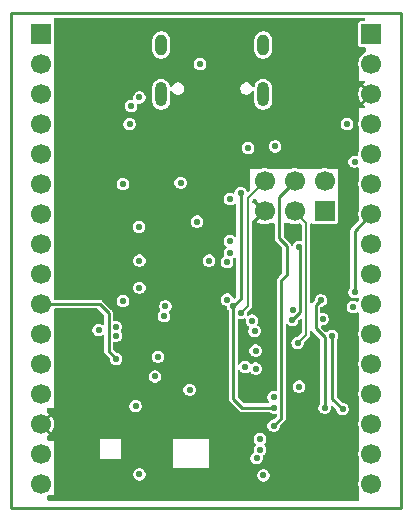
<source format=gbr>
%TF.GenerationSoftware,KiCad,Pcbnew,9.0.4*%
%TF.CreationDate,2025-09-10T14:26:53+01:00*%
%TF.ProjectId,MicroPython,4d696372-6f50-4797-9468-6f6e2e6b6963,rev?*%
%TF.SameCoordinates,Original*%
%TF.FileFunction,Copper,L2,Inr*%
%TF.FilePolarity,Positive*%
%FSLAX46Y46*%
G04 Gerber Fmt 4.6, Leading zero omitted, Abs format (unit mm)*
G04 Created by KiCad (PCBNEW 9.0.4) date 2025-09-10 14:26:53*
%MOMM*%
%LPD*%
G01*
G04 APERTURE LIST*
%TA.AperFunction,ComponentPad*%
%ADD10C,1.700000*%
%TD*%
%TA.AperFunction,ComponentPad*%
%ADD11R,1.700000X1.700000*%
%TD*%
%TA.AperFunction,HeatsinkPad*%
%ADD12O,1.000000X1.800000*%
%TD*%
%TA.AperFunction,HeatsinkPad*%
%ADD13O,1.000000X2.100000*%
%TD*%
%TA.AperFunction,ViaPad*%
%ADD14C,0.550000*%
%TD*%
%TA.AperFunction,Conductor*%
%ADD15C,0.230000*%
%TD*%
%TA.AperFunction,Conductor*%
%ADD16C,0.220000*%
%TD*%
%TA.AperFunction,Conductor*%
%ADD17C,0.210000*%
%TD*%
%TA.AperFunction,Profile*%
%ADD18C,0.230000*%
%TD*%
G04 APERTURE END LIST*
D10*
%TO.N,VIN*%
%TO.C,J9*%
X128270000Y-134112000D03*
%TO.N,+3V3*%
X128270000Y-131572000D03*
%TO.N,GND*%
X128270000Y-129032000D03*
%TO.N,/RST-SW*%
X128270000Y-126492000D03*
%TO.N,/PC5-X12*%
X128270000Y-123952000D03*
%TO.N,/PC4-X11*%
X128270000Y-121412000D03*
%TO.N,/PB7-SDA-X10*%
X128270000Y-118872000D03*
%TO.N,/PB6-SCL-X9*%
X128270000Y-116332000D03*
%TO.N,/PB15-Y8*%
X128270000Y-113792000D03*
%TO.N,/PB14-Y7*%
X128270000Y-111252000D03*
%TO.N,/PB13-Y6*%
X128270000Y-108712000D03*
%TO.N,/PB12-Y5*%
X128270000Y-106172000D03*
%TO.N,/PB9-Y4*%
X128270000Y-103632000D03*
%TO.N,/PB8-Y3*%
X128270000Y-101092000D03*
%TO.N,/PC7-Y2*%
X128270000Y-98552000D03*
D11*
%TO.N,/PC6-Y1*%
X128270000Y-96012000D03*
%TD*%
D10*
%TO.N,/PA0-X1*%
%TO.C,J1*%
X156210000Y-134112000D03*
%TO.N,/PA1-X2*%
X156210000Y-131572000D03*
%TO.N,/PA2-X3*%
X156210000Y-129032000D03*
%TO.N,/PA3-X4*%
X156210000Y-126492000D03*
%TO.N,/PA4-X5*%
X156210000Y-123952000D03*
%TO.N,/PA5-X6*%
X156210000Y-121412000D03*
%TO.N,/PA6-X7*%
X156210000Y-118872000D03*
%TO.N,/PA7-X8*%
X156210000Y-116332000D03*
%TO.N,/PB10-Y9*%
X156210000Y-113792000D03*
%TO.N,/PB11-Y10*%
X156210000Y-111252000D03*
%TO.N,/PB0-Y11*%
X156210000Y-108712000D03*
%TO.N,/PB1-Y12*%
X156210000Y-106172000D03*
%TO.N,/RST-SW*%
X156210000Y-103632000D03*
%TO.N,GND*%
X156210000Y-101092000D03*
%TO.N,+3V3*%
X156210000Y-98552000D03*
D11*
%TO.N,VIN*%
X156210000Y-96012000D03*
%TD*%
D12*
%TO.N,Net-(J10-SHIELD)*%
%TO.C,J10*%
X138428000Y-96931000D03*
D13*
X138428000Y-101111000D03*
D12*
X147068000Y-96931000D03*
D13*
X147068000Y-101111000D03*
%TD*%
D11*
%TO.N,+3V3*%
%TO.C,J8*%
X152258000Y-111018000D03*
D10*
%TO.N,/PA14-JTCK*%
X152258000Y-108478000D03*
%TO.N,/PB4-NJTRST*%
X149718000Y-111018000D03*
%TO.N,/PB6-JTDO*%
X149718000Y-108478000D03*
%TO.N,GND*%
X147178000Y-111018000D03*
%TO.N,/PA15-JTDI*%
X147178000Y-108478000D03*
%TD*%
D14*
%TO.N,GND*%
X129794000Y-117983000D03*
X135255000Y-119634000D03*
X132969000Y-113030000D03*
X144974638Y-108710383D03*
%TO.N,/PB12-Y5*%
X144272000Y-109980000D03*
%TO.N,/PB14-Y7*%
X144272000Y-114552000D03*
%TO.N,/PB1-Y12*%
X145796000Y-105664000D03*
X146125000Y-120267000D03*
%TO.N,/PB9-Y4*%
X135763000Y-103632000D03*
X137909210Y-124990958D03*
%TO.N,/PA0-X1*%
X146509481Y-131902481D03*
%TO.N,/PB13-Y6*%
X144272000Y-113536000D03*
%TO.N,/PB7-SDA-X10*%
X134620000Y-123507000D03*
%TO.N,/PB11-Y10*%
X154813000Y-117856000D03*
X149569961Y-119320493D03*
%TO.N,/PA1-X2*%
X146812000Y-131189000D03*
%TO.N,/PA4-X5*%
X146431000Y-124331000D03*
%TO.N,/PC4-X11*%
X146431000Y-122807000D03*
%TO.N,/PC6-Y1*%
X144018000Y-115314000D03*
%TO.N,/PB15-Y8*%
X144018000Y-118489000D03*
%TO.N,/PA2-X3*%
X146812000Y-130300000D03*
%TO.N,/PB0-Y11*%
X154686000Y-119126000D03*
X146335750Y-121124250D03*
%TO.N,/VDDA*%
X148082000Y-105509000D03*
X147955000Y-126746000D03*
%TO.N,/PB6-SCL-X9*%
X133139431Y-121061573D03*
%TO.N,/PC5-X12*%
X145542000Y-124206000D03*
%TO.N,/RST-SW*%
X154809563Y-106807000D03*
X140081000Y-108585000D03*
X140843000Y-126111000D03*
X135199832Y-108712000D03*
%TO.N,/PB8-Y3*%
X136593022Y-101364106D03*
X138176000Y-123317000D03*
%TO.N,/PC7-Y2*%
X141732000Y-98552000D03*
X142494000Y-115187000D03*
%TO.N,/PB10-Y9*%
X149527885Y-120228716D03*
X150114000Y-114046000D03*
%TO.N,GND*%
X129921000Y-120269000D03*
X141732000Y-96647000D03*
X146558000Y-125424534D03*
X139827000Y-123317000D03*
X129794000Y-112014000D03*
X135509000Y-107569000D03*
X149733000Y-112903000D03*
X137414000Y-131445000D03*
X154813000Y-127762000D03*
X147955000Y-134747000D03*
X140081000Y-103124000D03*
X143891000Y-106172000D03*
X131318000Y-95123000D03*
X129794000Y-104902000D03*
X149225000Y-127000000D03*
X145288000Y-120904000D03*
X151130000Y-127254000D03*
X140081000Y-121158000D03*
X146431000Y-118872000D03*
X154686000Y-97536000D03*
X141097000Y-107823000D03*
X151892000Y-99060000D03*
X153416000Y-112649000D03*
X153162000Y-107061000D03*
X145796000Y-98933000D03*
X143891000Y-111887000D03*
X141478000Y-110871000D03*
X135382000Y-112014000D03*
X131873440Y-124458000D03*
X151511000Y-125730000D03*
X146939000Y-103251000D03*
X132461000Y-97663000D03*
X154559000Y-123571000D03*
X153416000Y-117475000D03*
X143002000Y-125730000D03*
X135890000Y-114427000D03*
X138684000Y-107315000D03*
X139077797Y-130940660D03*
X138557000Y-110998000D03*
X135509000Y-116459000D03*
X151028681Y-122263533D03*
X154559000Y-125222000D03*
X139319000Y-134493000D03*
X131826000Y-128905000D03*
X144510583Y-95235447D03*
X135001000Y-100584000D03*
X130048000Y-124968000D03*
X142748000Y-132461000D03*
X146939000Y-128397000D03*
X150368000Y-97282000D03*
X134747000Y-125222000D03*
X153416000Y-94996000D03*
X129921000Y-102362000D03*
X129921000Y-130810000D03*
X145161000Y-132588000D03*
X142240000Y-129284000D03*
X140081000Y-105410000D03*
X152781000Y-101854000D03*
X130048000Y-134239000D03*
X138557000Y-125730000D03*
X132334000Y-100584000D03*
X130302000Y-114681000D03*
X137287000Y-128522000D03*
X154686000Y-134620000D03*
X141732000Y-120777000D03*
%TO.N,+3V3*%
X136271000Y-127506000D03*
X136548720Y-112312720D03*
X150114000Y-125855000D03*
X135199832Y-118616000D03*
X152096000Y-120142000D03*
X136588500Y-133284500D03*
X154184563Y-103632000D03*
X141478000Y-111885000D03*
X136588500Y-117475000D03*
X147079000Y-133361000D03*
X136588500Y-115187000D03*
%TO.N,/PA14-JTCK*%
X144529617Y-119049000D03*
X138780000Y-119049000D03*
X147955000Y-127635000D03*
X145161000Y-109474000D03*
%TO.N,/PB6-JTDO*%
X147955000Y-129159000D03*
%TO.N,/PB4-NJTRST*%
X152908000Y-121539000D03*
X149987000Y-122174000D03*
X153797000Y-127762000D03*
X134620000Y-121537000D03*
%TO.N,/PA15-JTDI*%
X152273000Y-127635000D03*
X145161000Y-119634000D03*
X151943988Y-118547201D03*
X138684000Y-119888000D03*
%TO.N,/PB3-SW1*%
X134570000Y-120788666D03*
X135890000Y-102108000D03*
%TD*%
D15*
%TO.N,/PA14-JTCK*%
X145161000Y-118417617D02*
X144529617Y-119049000D01*
X145161000Y-109474000D02*
X145161000Y-118417617D01*
D16*
%TO.N,/PB7-SDA-X10*%
X134620000Y-123507000D02*
X133985000Y-122872000D01*
X133985000Y-119634000D02*
X133221000Y-118870000D01*
X133221000Y-118870000D02*
X128270000Y-118870000D01*
X133985000Y-122872000D02*
X133985000Y-119634000D01*
D15*
%TO.N,/PB11-Y10*%
X154813000Y-112647000D02*
X156210000Y-111250000D01*
X154813000Y-117856000D02*
X154813000Y-112647000D01*
D16*
%TO.N,/PB10-Y9*%
X149527885Y-120228716D02*
X150122601Y-119634000D01*
X150122601Y-119634000D02*
X150122601Y-119596583D01*
X150155961Y-119563223D02*
X150155961Y-114087961D01*
X150155961Y-114087961D02*
X150114000Y-114046000D01*
X150122601Y-119596583D02*
X150155961Y-119563223D01*
D15*
%TO.N,/PA14-JTCK*%
X144526000Y-126873000D02*
X145288000Y-127635000D01*
X144526000Y-119684000D02*
X144526000Y-126873000D01*
X145288000Y-127635000D02*
X147955000Y-127635000D01*
X144529617Y-119680383D02*
X144526000Y-119684000D01*
X144529617Y-119049000D02*
X144529617Y-119680383D01*
%TO.N,/PB6-JTDO*%
X148425064Y-113291064D02*
X148425064Y-109770936D01*
X148590000Y-128524000D02*
X148590000Y-116840000D01*
X147955000Y-129159000D02*
X148590000Y-128524000D01*
X148425064Y-109770936D02*
X149718000Y-108478000D01*
X148590000Y-116840000D02*
X149053000Y-116377000D01*
X149053000Y-113919000D02*
X148425064Y-113291064D01*
X149053000Y-116377000D02*
X149053000Y-113919000D01*
%TO.N,/PB4-NJTRST*%
X152908000Y-126873000D02*
X153797000Y-127762000D01*
D17*
X150695000Y-111995000D02*
X149718000Y-111018000D01*
D15*
X152908000Y-121539000D02*
X152908000Y-126873000D01*
D17*
X149987000Y-122174000D02*
X150695000Y-121466000D01*
X150695000Y-121466000D02*
X150695000Y-111995000D01*
D16*
%TO.N,/PA15-JTDI*%
X152273000Y-121666000D02*
X152273000Y-127635000D01*
D17*
X145161000Y-119634000D02*
X145792000Y-119003000D01*
X145792000Y-119003000D02*
X145792000Y-109864000D01*
X145792000Y-109864000D02*
X147178000Y-108478000D01*
D16*
X151943988Y-118547201D02*
X151511000Y-118980189D01*
X151511000Y-120904000D02*
X152273000Y-121666000D01*
X151511000Y-118980189D02*
X151511000Y-120904000D01*
%TD*%
%TA.AperFunction,Conductor*%
%TO.N,GND*%
G36*
X146777901Y-111325007D02*
G01*
X146870993Y-111418099D01*
X146924045Y-111448729D01*
X146492874Y-111879901D01*
X146601474Y-111958802D01*
X146755751Y-112037411D01*
X146920411Y-112090913D01*
X147091428Y-112118000D01*
X147264572Y-112118000D01*
X147435588Y-112090913D01*
X147600251Y-112037410D01*
X147696071Y-111988587D01*
X147762607Y-111978048D01*
X147765066Y-111978466D01*
X147828000Y-111989914D01*
X147828000Y-112014000D01*
X147960398Y-112014000D01*
X147970073Y-112015760D01*
X147991492Y-112027298D01*
X148014633Y-112034817D01*
X148020537Y-112042944D01*
X148029381Y-112047708D01*
X148039928Y-112069633D01*
X148054229Y-112089317D01*
X148056600Y-112104292D01*
X148058584Y-112108415D01*
X148057872Y-112112323D01*
X148059564Y-112123000D01*
X148059564Y-113339182D01*
X148084471Y-113432141D01*
X148132589Y-113515483D01*
X148132591Y-113515486D01*
X148655576Y-114038471D01*
X148686158Y-114098493D01*
X148687500Y-114115544D01*
X148687500Y-116180455D01*
X148666683Y-116244524D01*
X148655575Y-116257530D01*
X148365578Y-116547527D01*
X148365577Y-116547526D01*
X148297526Y-116615578D01*
X148249407Y-116698922D01*
X148224500Y-116791881D01*
X148224500Y-126132123D01*
X148203683Y-126196192D01*
X148149183Y-126235788D01*
X148087289Y-126237409D01*
X148024183Y-126220500D01*
X147885817Y-126220500D01*
X147752164Y-126256311D01*
X147632337Y-126325493D01*
X147534493Y-126423337D01*
X147465311Y-126543164D01*
X147429500Y-126676817D01*
X147429500Y-126815182D01*
X147465311Y-126948835D01*
X147504269Y-127016312D01*
X147534495Y-127068665D01*
X147549257Y-127083427D01*
X147579839Y-127143449D01*
X147569301Y-127209985D01*
X147521666Y-127257620D01*
X147472181Y-127269500D01*
X145484545Y-127269500D01*
X145420476Y-127248683D01*
X145407470Y-127237575D01*
X144923425Y-126753530D01*
X144892842Y-126693506D01*
X144891500Y-126676455D01*
X144891500Y-124537095D01*
X144912317Y-124473026D01*
X144966817Y-124433430D01*
X145034183Y-124433430D01*
X145088683Y-124473026D01*
X145094897Y-124482596D01*
X145121492Y-124528661D01*
X145121493Y-124528662D01*
X145121495Y-124528665D01*
X145219335Y-124626505D01*
X145339164Y-124695688D01*
X145472817Y-124731500D01*
X145611183Y-124731500D01*
X145744836Y-124695688D01*
X145864665Y-124626505D01*
X145864665Y-124626504D01*
X145868498Y-124624292D01*
X145934392Y-124610286D01*
X145995933Y-124637686D01*
X146009471Y-124652330D01*
X146010493Y-124653662D01*
X146010495Y-124653665D01*
X146108335Y-124751505D01*
X146228164Y-124820688D01*
X146361817Y-124856500D01*
X146500183Y-124856500D01*
X146633836Y-124820688D01*
X146753665Y-124751505D01*
X146851505Y-124653665D01*
X146920688Y-124533836D01*
X146956500Y-124400183D01*
X146956500Y-124261817D01*
X146920688Y-124128164D01*
X146851505Y-124008335D01*
X146753665Y-123910495D01*
X146753662Y-123910493D01*
X146633835Y-123841311D01*
X146500183Y-123805500D01*
X146361817Y-123805500D01*
X146228163Y-123841312D01*
X146228161Y-123841312D01*
X146104500Y-123912707D01*
X146038606Y-123926713D01*
X145977065Y-123899312D01*
X145963527Y-123884667D01*
X145962507Y-123883338D01*
X145962506Y-123883337D01*
X145962505Y-123883335D01*
X145864665Y-123785495D01*
X145864591Y-123785452D01*
X145744835Y-123716311D01*
X145611183Y-123680500D01*
X145472817Y-123680500D01*
X145339164Y-123716311D01*
X145219337Y-123785493D01*
X145121493Y-123883337D01*
X145094897Y-123929404D01*
X145044834Y-123974480D01*
X144977838Y-123981522D01*
X144919497Y-123947839D01*
X144892097Y-123886298D01*
X144891500Y-123874904D01*
X144891500Y-122737817D01*
X145905500Y-122737817D01*
X145905500Y-122876182D01*
X145941311Y-123009835D01*
X146010493Y-123129662D01*
X146010495Y-123129665D01*
X146108335Y-123227505D01*
X146228164Y-123296688D01*
X146361817Y-123332500D01*
X146500183Y-123332500D01*
X146633836Y-123296688D01*
X146753665Y-123227505D01*
X146851505Y-123129665D01*
X146920688Y-123009836D01*
X146956500Y-122876183D01*
X146956500Y-122737817D01*
X146920688Y-122604164D01*
X146851505Y-122484335D01*
X146753665Y-122386495D01*
X146753662Y-122386493D01*
X146633835Y-122317311D01*
X146500183Y-122281500D01*
X146361817Y-122281500D01*
X146228164Y-122317311D01*
X146108337Y-122386493D01*
X146010493Y-122484337D01*
X145941311Y-122604164D01*
X145905500Y-122737817D01*
X144891500Y-122737817D01*
X144891500Y-120247876D01*
X144912317Y-120183807D01*
X144966817Y-120144211D01*
X145028708Y-120142590D01*
X145091817Y-120159500D01*
X145091819Y-120159500D01*
X145230183Y-120159500D01*
X145363836Y-120123688D01*
X145438233Y-120080734D01*
X145504126Y-120066728D01*
X145565668Y-120094128D01*
X145599351Y-120152468D01*
X145598364Y-120190461D01*
X145600432Y-120190734D01*
X145599500Y-120197813D01*
X145599500Y-120336182D01*
X145635311Y-120469835D01*
X145702281Y-120585830D01*
X145704495Y-120589665D01*
X145802335Y-120687505D01*
X145825492Y-120700874D01*
X145842018Y-120710416D01*
X145887094Y-120760479D01*
X145894136Y-120827475D01*
X145881915Y-120859312D01*
X145846062Y-120921411D01*
X145846062Y-120921413D01*
X145829841Y-120981953D01*
X145810250Y-121055067D01*
X145810250Y-121193433D01*
X145816424Y-121216473D01*
X145846061Y-121327085D01*
X145899242Y-121419197D01*
X145915245Y-121446915D01*
X146013085Y-121544755D01*
X146132914Y-121613938D01*
X146266567Y-121649750D01*
X146404933Y-121649750D01*
X146538586Y-121613938D01*
X146658415Y-121544755D01*
X146756255Y-121446915D01*
X146825438Y-121327086D01*
X146861250Y-121193433D01*
X146861250Y-121055067D01*
X146825438Y-120921414D01*
X146756255Y-120801585D01*
X146658415Y-120703745D01*
X146658412Y-120703743D01*
X146658411Y-120703742D01*
X146618730Y-120680832D01*
X146573654Y-120630770D01*
X146566613Y-120563773D01*
X146578835Y-120531936D01*
X146614686Y-120469840D01*
X146614686Y-120469839D01*
X146614688Y-120469836D01*
X146650500Y-120336183D01*
X146650500Y-120197817D01*
X146614688Y-120064164D01*
X146545505Y-119944335D01*
X146447665Y-119846495D01*
X146447662Y-119846493D01*
X146327835Y-119777311D01*
X146194183Y-119741500D01*
X146055817Y-119741500D01*
X145922163Y-119777312D01*
X145922161Y-119777312D01*
X145847765Y-119820265D01*
X145781872Y-119834271D01*
X145720330Y-119806870D01*
X145686648Y-119748530D01*
X145684322Y-119722364D01*
X145684725Y-119709803D01*
X145686500Y-119703183D01*
X145686500Y-119654639D01*
X145686556Y-119652898D01*
X145697424Y-119622778D01*
X145707317Y-119592333D01*
X145709211Y-119590114D01*
X145709422Y-119589532D01*
X145710105Y-119589068D01*
X145718419Y-119579333D01*
X146076471Y-119221282D01*
X146123274Y-119140218D01*
X146147500Y-119049803D01*
X146147500Y-118956197D01*
X146147500Y-111806539D01*
X146168317Y-111742470D01*
X146222817Y-111702874D01*
X146265711Y-111702874D01*
X146266002Y-111699182D01*
X146316096Y-111703124D01*
X146747269Y-111271950D01*
X146777901Y-111325007D01*
G37*
%TD.AperFunction*%
%TA.AperFunction,Conductor*%
G36*
X149272016Y-112025879D02*
G01*
X149295555Y-112037873D01*
X149368708Y-112061642D01*
X149460295Y-112091401D01*
X149460297Y-112091401D01*
X149460299Y-112091402D01*
X149631389Y-112118500D01*
X149631390Y-112118500D01*
X149804610Y-112118500D01*
X149804611Y-112118500D01*
X149975701Y-112091402D01*
X149986679Y-112087835D01*
X150144518Y-112036550D01*
X150144873Y-112037645D01*
X150169611Y-112035692D01*
X150198866Y-112031059D01*
X150202814Y-112033070D01*
X150207235Y-112032722D01*
X150258890Y-112061642D01*
X150307575Y-112110327D01*
X150338158Y-112170351D01*
X150339500Y-112187402D01*
X150339500Y-113420333D01*
X150318683Y-113484402D01*
X150264183Y-113523998D01*
X150202291Y-113525619D01*
X150183185Y-113520500D01*
X150183183Y-113520500D01*
X150044817Y-113520500D01*
X149911164Y-113556311D01*
X149791337Y-113625493D01*
X149693493Y-113723337D01*
X149624311Y-113843164D01*
X149622977Y-113848145D01*
X149586284Y-113904641D01*
X149523392Y-113928780D01*
X149458322Y-113911341D01*
X149415930Y-113858987D01*
X149412406Y-113848139D01*
X149393592Y-113777923D01*
X149393592Y-113777922D01*
X149345473Y-113694578D01*
X149277422Y-113626526D01*
X149277422Y-113626527D01*
X148822489Y-113171594D01*
X148791906Y-113111570D01*
X148790564Y-113094519D01*
X148790564Y-112123000D01*
X148811381Y-112058931D01*
X148865881Y-112019335D01*
X148899564Y-112014000D01*
X149222533Y-112014000D01*
X149272016Y-112025879D01*
G37*
%TD.AperFunction*%
%TA.AperFunction,Conductor*%
G36*
X146421671Y-109990006D02*
G01*
X146447235Y-109994250D01*
X146453121Y-110000225D01*
X146461099Y-110002817D01*
X146476329Y-110023779D01*
X146494514Y-110042237D01*
X146495764Y-110050530D01*
X146500695Y-110057317D01*
X146500695Y-110083230D01*
X146504558Y-110108850D01*
X146500695Y-110116294D01*
X146500695Y-110124683D01*
X146494696Y-110132938D01*
X146492874Y-110156096D01*
X146924047Y-110587270D01*
X146870993Y-110617901D01*
X146777901Y-110710993D01*
X146747269Y-110764047D01*
X146316096Y-110332874D01*
X146275018Y-110336107D01*
X146272752Y-110337241D01*
X146268848Y-110336592D01*
X146266002Y-110336817D01*
X146265946Y-110336111D01*
X146206295Y-110326209D01*
X146159016Y-110278222D01*
X146147500Y-110229459D01*
X146147500Y-110091000D01*
X146168317Y-110026931D01*
X146222817Y-109987335D01*
X146256500Y-109982000D01*
X146397030Y-109982000D01*
X146421671Y-109990006D01*
G37*
%TD.AperFunction*%
%TA.AperFunction,Conductor*%
G36*
X155659992Y-94633817D02*
G01*
X155699588Y-94688317D01*
X155704915Y-94720646D01*
X155705915Y-94801146D01*
X155685895Y-94865468D01*
X155631891Y-94905739D01*
X155596923Y-94911500D01*
X155335326Y-94911500D01*
X155262260Y-94926034D01*
X155179399Y-94981399D01*
X155124034Y-95064260D01*
X155109500Y-95137326D01*
X155109500Y-96886674D01*
X155124034Y-96959740D01*
X155179399Y-97042601D01*
X155262260Y-97097966D01*
X155335326Y-97112500D01*
X155335330Y-97112500D01*
X155626972Y-97112500D01*
X155691041Y-97133317D01*
X155730637Y-97187817D01*
X155735964Y-97220146D01*
X155739298Y-97488560D01*
X155719278Y-97552882D01*
X155679793Y-97587033D01*
X155633211Y-97610768D01*
X155493074Y-97712584D01*
X155370584Y-97835074D01*
X155268765Y-97975216D01*
X155268763Y-97975219D01*
X155265329Y-97981959D01*
X155265284Y-97982048D01*
X155234738Y-98042000D01*
X155194000Y-98042000D01*
X155194000Y-98121953D01*
X155190127Y-98129555D01*
X155186205Y-98141623D01*
X155186203Y-98141629D01*
X155136598Y-98294295D01*
X155109500Y-98465387D01*
X155109500Y-98638612D01*
X155136598Y-98809704D01*
X155188665Y-98969946D01*
X155194000Y-99003629D01*
X155194000Y-99947000D01*
X155194001Y-99947000D01*
X155580215Y-99947000D01*
X155644284Y-99967817D01*
X155683880Y-100022317D01*
X155683880Y-100089683D01*
X155644284Y-100144183D01*
X155636950Y-100148687D01*
X155637120Y-100148963D01*
X155633475Y-100151195D01*
X155524874Y-100230096D01*
X155776481Y-100481703D01*
X155780872Y-100835271D01*
X155779269Y-100838047D01*
X155348096Y-100406874D01*
X155269193Y-100515478D01*
X155190588Y-100669751D01*
X155137086Y-100834411D01*
X155110000Y-101005427D01*
X155110000Y-101178572D01*
X155137086Y-101349588D01*
X155190588Y-101514248D01*
X155269196Y-101668524D01*
X155348096Y-101777124D01*
X155779268Y-101345950D01*
X155787391Y-101360019D01*
X155791457Y-101687317D01*
X155524874Y-101953901D01*
X155636940Y-102035321D01*
X155635716Y-102037005D01*
X155674393Y-102082310D01*
X155679664Y-102149469D01*
X155644453Y-102206900D01*
X155582209Y-102232666D01*
X155573681Y-102233000D01*
X155194000Y-102233000D01*
X155194000Y-102233001D01*
X155194000Y-103180371D01*
X155188665Y-103214054D01*
X155136598Y-103374295D01*
X155109500Y-103545387D01*
X155109500Y-103718612D01*
X155136598Y-103889704D01*
X155188665Y-104049946D01*
X155194000Y-104083629D01*
X155194000Y-105720371D01*
X155188665Y-105754054D01*
X155136598Y-105914295D01*
X155109500Y-106085387D01*
X155109500Y-106201278D01*
X155088683Y-106265347D01*
X155034183Y-106304943D01*
X154972290Y-106306564D01*
X154878747Y-106281500D01*
X154878746Y-106281500D01*
X154740380Y-106281500D01*
X154606727Y-106317311D01*
X154486900Y-106386493D01*
X154389056Y-106484337D01*
X154319874Y-106604164D01*
X154284063Y-106737817D01*
X154284063Y-106876182D01*
X154319874Y-107009835D01*
X154319875Y-107009836D01*
X154389058Y-107129665D01*
X154486898Y-107227505D01*
X154606727Y-107296688D01*
X154740380Y-107332500D01*
X154878746Y-107332500D01*
X155012399Y-107296688D01*
X155030499Y-107286237D01*
X155096393Y-107272231D01*
X155157934Y-107299631D01*
X155191618Y-107357971D01*
X155194000Y-107380634D01*
X155194000Y-108260371D01*
X155188665Y-108294054D01*
X155136598Y-108454295D01*
X155109500Y-108625387D01*
X155109500Y-108798612D01*
X155136598Y-108969704D01*
X155188665Y-109129946D01*
X155194000Y-109163629D01*
X155194000Y-110800371D01*
X155188665Y-110834054D01*
X155136598Y-110994295D01*
X155109500Y-111165387D01*
X155109500Y-111338612D01*
X155136598Y-111509704D01*
X155188665Y-111669946D01*
X155194000Y-111703629D01*
X155194000Y-111703954D01*
X155173183Y-111768023D01*
X155162075Y-111781029D01*
X154588578Y-112354527D01*
X154588577Y-112354526D01*
X154520526Y-112422578D01*
X154472407Y-112505922D01*
X154447500Y-112598881D01*
X154447500Y-117433180D01*
X154426683Y-117497249D01*
X154415576Y-117510253D01*
X154392495Y-117533334D01*
X154323311Y-117653164D01*
X154287500Y-117786817D01*
X154287500Y-117925182D01*
X154323311Y-118058835D01*
X154385376Y-118166335D01*
X154392495Y-118178665D01*
X154490335Y-118276505D01*
X154610164Y-118345688D01*
X154743817Y-118381500D01*
X154882183Y-118381500D01*
X155015836Y-118345688D01*
X155025999Y-118339820D01*
X155053452Y-118333983D01*
X155080119Y-118325216D01*
X155085924Y-118327079D01*
X155091889Y-118325812D01*
X155117533Y-118337227D01*
X155144260Y-118345808D01*
X155147861Y-118350728D01*
X155153432Y-118353208D01*
X155167470Y-118377520D01*
X155184047Y-118400169D01*
X155184057Y-118406246D01*
X155187118Y-118411547D01*
X155184284Y-118467534D01*
X155184182Y-118467849D01*
X155136598Y-118614299D01*
X155136045Y-118617785D01*
X155133665Y-118625201D01*
X155116237Y-118649364D01*
X155100671Y-118674767D01*
X155096744Y-118676393D01*
X155094259Y-118679840D01*
X155065955Y-118689145D01*
X155038432Y-118700546D01*
X155034197Y-118699587D01*
X155030264Y-118700881D01*
X155007224Y-118693484D01*
X154975382Y-118686279D01*
X154888835Y-118636311D01*
X154755183Y-118600500D01*
X154616817Y-118600500D01*
X154483164Y-118636311D01*
X154363337Y-118705493D01*
X154265493Y-118803337D01*
X154196311Y-118923164D01*
X154160500Y-119056817D01*
X154160500Y-119195182D01*
X154196311Y-119328835D01*
X154265493Y-119448662D01*
X154265495Y-119448665D01*
X154363335Y-119546505D01*
X154483164Y-119615688D01*
X154616817Y-119651500D01*
X154755183Y-119651500D01*
X154888836Y-119615688D01*
X155008665Y-119546505D01*
X155008669Y-119546500D01*
X155014330Y-119542158D01*
X155015335Y-119543468D01*
X155067949Y-119516661D01*
X155134485Y-119527199D01*
X155182120Y-119574834D01*
X155194000Y-119624319D01*
X155194000Y-120960371D01*
X155188665Y-120994054D01*
X155136598Y-121154295D01*
X155109500Y-121325387D01*
X155109500Y-121498612D01*
X155136598Y-121669704D01*
X155188665Y-121829946D01*
X155194000Y-121863629D01*
X155194000Y-123500371D01*
X155188665Y-123534054D01*
X155136598Y-123694295D01*
X155109500Y-123865387D01*
X155109500Y-124038612D01*
X155136598Y-124209704D01*
X155188665Y-124369946D01*
X155194000Y-124403629D01*
X155194000Y-126040371D01*
X155188665Y-126074054D01*
X155136598Y-126234295D01*
X155109500Y-126405387D01*
X155109500Y-126578612D01*
X155136598Y-126749704D01*
X155188665Y-126909946D01*
X155194000Y-126943629D01*
X155194000Y-128580371D01*
X155188665Y-128614054D01*
X155136598Y-128774295D01*
X155109500Y-128945387D01*
X155109500Y-129118612D01*
X155136598Y-129289704D01*
X155188665Y-129449946D01*
X155194000Y-129483629D01*
X155194000Y-131120371D01*
X155188665Y-131154054D01*
X155136598Y-131314295D01*
X155109500Y-131485387D01*
X155109500Y-131658612D01*
X155136598Y-131829704D01*
X155188665Y-131989946D01*
X155194000Y-132023629D01*
X155194000Y-133660371D01*
X155188665Y-133694054D01*
X155136598Y-133854295D01*
X155109500Y-134025387D01*
X155109500Y-134198612D01*
X155136598Y-134369704D01*
X155188665Y-134529946D01*
X155194000Y-134563629D01*
X155194000Y-135398000D01*
X155173183Y-135462069D01*
X155118683Y-135501665D01*
X155085000Y-135507000D01*
X128887000Y-135507000D01*
X128822931Y-135486183D01*
X128783335Y-135431683D01*
X128778000Y-135398000D01*
X128778000Y-135155076D01*
X128783936Y-135136803D01*
X128784643Y-135117606D01*
X128793375Y-135107754D01*
X128798817Y-135091007D01*
X128826216Y-135064598D01*
X128831663Y-135060938D01*
X128846788Y-135053232D01*
X128891635Y-135020648D01*
X128893312Y-135019522D01*
X128923869Y-135010821D01*
X128954096Y-135001000D01*
X129359197Y-135001000D01*
X129359198Y-135001000D01*
X129359198Y-134278546D01*
X129360540Y-134261494D01*
X129370500Y-134198611D01*
X129370500Y-134025389D01*
X129360540Y-133962503D01*
X129359198Y-133945452D01*
X129359198Y-133215317D01*
X136063000Y-133215317D01*
X136063000Y-133353682D01*
X136098811Y-133487335D01*
X136142979Y-133563836D01*
X136167995Y-133607165D01*
X136265835Y-133705005D01*
X136385664Y-133774188D01*
X136519317Y-133810000D01*
X136657683Y-133810000D01*
X136791336Y-133774188D01*
X136911165Y-133705005D01*
X137009005Y-133607165D01*
X137078188Y-133487336D01*
X137114000Y-133353683D01*
X137114000Y-133291817D01*
X146553500Y-133291817D01*
X146553500Y-133430182D01*
X146589311Y-133563835D01*
X146658493Y-133683662D01*
X146658495Y-133683665D01*
X146756335Y-133781505D01*
X146876164Y-133850688D01*
X147009817Y-133886500D01*
X147148183Y-133886500D01*
X147281836Y-133850688D01*
X147401665Y-133781505D01*
X147499505Y-133683665D01*
X147568688Y-133563836D01*
X147604500Y-133430183D01*
X147604500Y-133291817D01*
X147568688Y-133158164D01*
X147499505Y-133038335D01*
X147401665Y-132940495D01*
X147401662Y-132940493D01*
X147281835Y-132871311D01*
X147148183Y-132835500D01*
X147009817Y-132835500D01*
X146876164Y-132871311D01*
X146756337Y-132940493D01*
X146658493Y-133038337D01*
X146589311Y-133158164D01*
X146553500Y-133291817D01*
X137114000Y-133291817D01*
X137114000Y-133215317D01*
X137078188Y-133081664D01*
X137009005Y-132961835D01*
X136911165Y-132863995D01*
X136911162Y-132863993D01*
X136791335Y-132794811D01*
X136657683Y-132759000D01*
X136519317Y-132759000D01*
X136385664Y-132794811D01*
X136265837Y-132863993D01*
X136167993Y-132961837D01*
X136098811Y-133081664D01*
X136063000Y-133215317D01*
X129359198Y-133215317D01*
X129359198Y-132713000D01*
X139446000Y-132713000D01*
X139446001Y-132713000D01*
X142493999Y-132713000D01*
X142494000Y-132713000D01*
X142494000Y-131833298D01*
X145983981Y-131833298D01*
X145983981Y-131971663D01*
X146019792Y-132105316D01*
X146019793Y-132105317D01*
X146088976Y-132225146D01*
X146186816Y-132322986D01*
X146306645Y-132392169D01*
X146440298Y-132427981D01*
X146578664Y-132427981D01*
X146712317Y-132392169D01*
X146832146Y-132322986D01*
X146929986Y-132225146D01*
X146999169Y-132105317D01*
X147034981Y-131971664D01*
X147034981Y-131833298D01*
X147018051Y-131770114D01*
X147021576Y-131702845D01*
X147063971Y-131650491D01*
X147068796Y-131647533D01*
X147134665Y-131609505D01*
X147232505Y-131511665D01*
X147301688Y-131391836D01*
X147337500Y-131258183D01*
X147337500Y-131119817D01*
X147301688Y-130986164D01*
X147232505Y-130866335D01*
X147187742Y-130821572D01*
X147157161Y-130761551D01*
X147167699Y-130695015D01*
X147187741Y-130667428D01*
X147232505Y-130622665D01*
X147301688Y-130502836D01*
X147337500Y-130369183D01*
X147337500Y-130230817D01*
X147301688Y-130097164D01*
X147232505Y-129977335D01*
X147134665Y-129879495D01*
X147134662Y-129879493D01*
X147014835Y-129810311D01*
X146881183Y-129774500D01*
X146742817Y-129774500D01*
X146609164Y-129810311D01*
X146489337Y-129879493D01*
X146391493Y-129977337D01*
X146322311Y-130097164D01*
X146286500Y-130230817D01*
X146286500Y-130369182D01*
X146322311Y-130502835D01*
X146322312Y-130502836D01*
X146391495Y-130622665D01*
X146436257Y-130667427D01*
X146466839Y-130727449D01*
X146456301Y-130793985D01*
X146436258Y-130821571D01*
X146402758Y-130855072D01*
X146391493Y-130866337D01*
X146322311Y-130986164D01*
X146286500Y-131119817D01*
X146286500Y-131258183D01*
X146303428Y-131321364D01*
X146299902Y-131388638D01*
X146257506Y-131440990D01*
X146252642Y-131443971D01*
X146186818Y-131481974D01*
X146088974Y-131579818D01*
X146019792Y-131699645D01*
X145983981Y-131833298D01*
X142494000Y-131833298D01*
X142494000Y-130300000D01*
X139446000Y-130300000D01*
X139446000Y-132713000D01*
X129359198Y-132713000D01*
X129359198Y-131951000D01*
X133223000Y-131951000D01*
X133223001Y-131951000D01*
X135000999Y-131951000D01*
X135001000Y-131951000D01*
X135001000Y-130300000D01*
X133223000Y-130300000D01*
X133223000Y-131951000D01*
X129359198Y-131951000D01*
X129359198Y-131738546D01*
X129360540Y-131721494D01*
X129370500Y-131658611D01*
X129370500Y-131485389D01*
X129360540Y-131422503D01*
X129359198Y-131405452D01*
X129359198Y-130429001D01*
X129359198Y-130429000D01*
X128887000Y-130429000D01*
X128870580Y-130423665D01*
X128853317Y-130423665D01*
X128839350Y-130413517D01*
X128822931Y-130408183D01*
X128812783Y-130394216D01*
X128798817Y-130384069D01*
X128793482Y-130367649D01*
X128783335Y-130353683D01*
X128778000Y-130320000D01*
X128778000Y-130074515D01*
X128798817Y-130010446D01*
X128837516Y-129977395D01*
X128846517Y-129972808D01*
X128846527Y-129972802D01*
X128955124Y-129893902D01*
X128955124Y-129893901D01*
X128778000Y-129716776D01*
X128778000Y-129363223D01*
X129131901Y-129717124D01*
X129131902Y-129717124D01*
X129210801Y-129608529D01*
X129289411Y-129454248D01*
X129342913Y-129289588D01*
X129370000Y-129118572D01*
X129370000Y-128945427D01*
X129342913Y-128774411D01*
X129289411Y-128609751D01*
X129210802Y-128455474D01*
X129131901Y-128346874D01*
X128778000Y-128700775D01*
X128778000Y-128347220D01*
X128955124Y-128170096D01*
X128846521Y-128091194D01*
X128837510Y-128086602D01*
X128789878Y-128038965D01*
X128778000Y-127989485D01*
X128778000Y-127744000D01*
X128798817Y-127679931D01*
X128853317Y-127640335D01*
X128887000Y-127635000D01*
X129359197Y-127635000D01*
X129359198Y-127635000D01*
X129359198Y-127436817D01*
X135745500Y-127436817D01*
X135745500Y-127575182D01*
X135781311Y-127708835D01*
X135807038Y-127753395D01*
X135850495Y-127828665D01*
X135948335Y-127926505D01*
X136068164Y-127995688D01*
X136201817Y-128031500D01*
X136340183Y-128031500D01*
X136473836Y-127995688D01*
X136593665Y-127926505D01*
X136691505Y-127828665D01*
X136760688Y-127708836D01*
X136796500Y-127575183D01*
X136796500Y-127436817D01*
X136760688Y-127303164D01*
X136691505Y-127183335D01*
X136593665Y-127085495D01*
X136590080Y-127083425D01*
X136473835Y-127016311D01*
X136340183Y-126980500D01*
X136201817Y-126980500D01*
X136068164Y-127016311D01*
X135948337Y-127085493D01*
X135850493Y-127183337D01*
X135781311Y-127303164D01*
X135745500Y-127436817D01*
X129359198Y-127436817D01*
X129359198Y-126658546D01*
X129360540Y-126641494D01*
X129361331Y-126636500D01*
X129370500Y-126578611D01*
X129370500Y-126405389D01*
X129360540Y-126342503D01*
X129359198Y-126325452D01*
X129359198Y-126041817D01*
X140317500Y-126041817D01*
X140317500Y-126180182D01*
X140353311Y-126313835D01*
X140406170Y-126405389D01*
X140422495Y-126433665D01*
X140520335Y-126531505D01*
X140640164Y-126600688D01*
X140773817Y-126636500D01*
X140912183Y-126636500D01*
X141045836Y-126600688D01*
X141165665Y-126531505D01*
X141263505Y-126433665D01*
X141332688Y-126313836D01*
X141368500Y-126180183D01*
X141368500Y-126041817D01*
X141332688Y-125908164D01*
X141263505Y-125788335D01*
X141165665Y-125690495D01*
X141165662Y-125690493D01*
X141045835Y-125621311D01*
X140912183Y-125585500D01*
X140773817Y-125585500D01*
X140640164Y-125621311D01*
X140520337Y-125690493D01*
X140422493Y-125788337D01*
X140353311Y-125908164D01*
X140317500Y-126041817D01*
X129359198Y-126041817D01*
X129359198Y-124921775D01*
X137383710Y-124921775D01*
X137383710Y-125060140D01*
X137419521Y-125193793D01*
X137419522Y-125193794D01*
X137488705Y-125313623D01*
X137586545Y-125411463D01*
X137706374Y-125480646D01*
X137840027Y-125516458D01*
X137978393Y-125516458D01*
X138112046Y-125480646D01*
X138231875Y-125411463D01*
X138329715Y-125313623D01*
X138398898Y-125193794D01*
X138434710Y-125060141D01*
X138434710Y-124921775D01*
X138398898Y-124788122D01*
X138329715Y-124668293D01*
X138231875Y-124570453D01*
X138186045Y-124543993D01*
X138112045Y-124501269D01*
X137978393Y-124465458D01*
X137840027Y-124465458D01*
X137706374Y-124501269D01*
X137586547Y-124570451D01*
X137488703Y-124668295D01*
X137419521Y-124788122D01*
X137383710Y-124921775D01*
X129359198Y-124921775D01*
X129359198Y-124118546D01*
X129360540Y-124101494D01*
X129370500Y-124038611D01*
X129370500Y-123865389D01*
X129360540Y-123802503D01*
X129359198Y-123785452D01*
X129359198Y-121578546D01*
X129360540Y-121561494D01*
X129363191Y-121544756D01*
X129370500Y-121498611D01*
X129370500Y-121325389D01*
X129360540Y-121262503D01*
X129359198Y-121245452D01*
X129359198Y-119339500D01*
X129380015Y-119275431D01*
X129434515Y-119235835D01*
X129468198Y-119230500D01*
X133026526Y-119230500D01*
X133090595Y-119251317D01*
X133103601Y-119262425D01*
X133592575Y-119751399D01*
X133623158Y-119811423D01*
X133624500Y-119828474D01*
X133624500Y-120546038D01*
X133603683Y-120610107D01*
X133549183Y-120649703D01*
X133481817Y-120649703D01*
X133461000Y-120640435D01*
X133342266Y-120571884D01*
X133208614Y-120536073D01*
X133070248Y-120536073D01*
X132936595Y-120571884D01*
X132816768Y-120641066D01*
X132718924Y-120738910D01*
X132649742Y-120858737D01*
X132613931Y-120992390D01*
X132613931Y-121130755D01*
X132649742Y-121264408D01*
X132718924Y-121384235D01*
X132718926Y-121384238D01*
X132816766Y-121482078D01*
X132936595Y-121551261D01*
X133070248Y-121587073D01*
X133208614Y-121587073D01*
X133342267Y-121551261D01*
X133461002Y-121482709D01*
X133526893Y-121468704D01*
X133588435Y-121496104D01*
X133622118Y-121554444D01*
X133624500Y-121577107D01*
X133624500Y-122919460D01*
X133649067Y-123011148D01*
X133649066Y-123011148D01*
X133690168Y-123082336D01*
X133696528Y-123093352D01*
X134062576Y-123459400D01*
X134093158Y-123519422D01*
X134094500Y-123536473D01*
X134094500Y-123576182D01*
X134130311Y-123709835D01*
X134178921Y-123794030D01*
X134199495Y-123829665D01*
X134297335Y-123927505D01*
X134417164Y-123996688D01*
X134550817Y-124032500D01*
X134689183Y-124032500D01*
X134822836Y-123996688D01*
X134942665Y-123927505D01*
X135040505Y-123829665D01*
X135109688Y-123709836D01*
X135145500Y-123576183D01*
X135145500Y-123437817D01*
X135109688Y-123304164D01*
X135077156Y-123247817D01*
X137650500Y-123247817D01*
X137650500Y-123386182D01*
X137686311Y-123519835D01*
X137755493Y-123639662D01*
X137755495Y-123639665D01*
X137853335Y-123737505D01*
X137973164Y-123806688D01*
X138106817Y-123842500D01*
X138245183Y-123842500D01*
X138378836Y-123806688D01*
X138498665Y-123737505D01*
X138596505Y-123639665D01*
X138665688Y-123519836D01*
X138701500Y-123386183D01*
X138701500Y-123247817D01*
X138665688Y-123114164D01*
X138596505Y-122994335D01*
X138498665Y-122896495D01*
X138498662Y-122896493D01*
X138378835Y-122827311D01*
X138245183Y-122791500D01*
X138106817Y-122791500D01*
X137973164Y-122827311D01*
X137853337Y-122896493D01*
X137755493Y-122994337D01*
X137686311Y-123114164D01*
X137650500Y-123247817D01*
X135077156Y-123247817D01*
X135040505Y-123184335D01*
X134942665Y-123086495D01*
X134942662Y-123086493D01*
X134822835Y-123017311D01*
X134689183Y-122981500D01*
X134649474Y-122981500D01*
X134585405Y-122960683D01*
X134572399Y-122949575D01*
X134377425Y-122754601D01*
X134346842Y-122694577D01*
X134345500Y-122677526D01*
X134345500Y-122149537D01*
X134366317Y-122085468D01*
X134420817Y-122045872D01*
X134482710Y-122044251D01*
X134550817Y-122062500D01*
X134689183Y-122062500D01*
X134822836Y-122026688D01*
X134942665Y-121957505D01*
X135040505Y-121859665D01*
X135109688Y-121739836D01*
X135145500Y-121606183D01*
X135145500Y-121467817D01*
X135109688Y-121334164D01*
X135040505Y-121214335D01*
X135030243Y-121204073D01*
X134999662Y-121144052D01*
X135010200Y-121077516D01*
X135012923Y-121072501D01*
X135059688Y-120991502D01*
X135095500Y-120857849D01*
X135095500Y-120719483D01*
X135059688Y-120585830D01*
X134990505Y-120466001D01*
X134892665Y-120368161D01*
X134852265Y-120344836D01*
X134772835Y-120298977D01*
X134639183Y-120263166D01*
X134500817Y-120263166D01*
X134482709Y-120268018D01*
X134415436Y-120264490D01*
X134363084Y-120222095D01*
X134345500Y-120162731D01*
X134345500Y-119818817D01*
X138158500Y-119818817D01*
X138158500Y-119957182D01*
X138194311Y-120090835D01*
X138251607Y-120190075D01*
X138263495Y-120210665D01*
X138361335Y-120308505D01*
X138481164Y-120377688D01*
X138614817Y-120413500D01*
X138753183Y-120413500D01*
X138886836Y-120377688D01*
X139006665Y-120308505D01*
X139104505Y-120210665D01*
X139173688Y-120090836D01*
X139209500Y-119957183D01*
X139209500Y-119818817D01*
X139173688Y-119685164D01*
X139110573Y-119575846D01*
X139096568Y-119509955D01*
X139123968Y-119448413D01*
X139127877Y-119444292D01*
X139200505Y-119371665D01*
X139269688Y-119251836D01*
X139305500Y-119118183D01*
X139305500Y-118979817D01*
X139269688Y-118846164D01*
X139200505Y-118726335D01*
X139102665Y-118628495D01*
X139082319Y-118616748D01*
X138982835Y-118559311D01*
X138849183Y-118523500D01*
X138710817Y-118523500D01*
X138577164Y-118559311D01*
X138457337Y-118628493D01*
X138359493Y-118726337D01*
X138290311Y-118846164D01*
X138260829Y-118956197D01*
X138254500Y-118979817D01*
X138254500Y-119118183D01*
X138257536Y-119129513D01*
X138290311Y-119251835D01*
X138353425Y-119361152D01*
X138367431Y-119427046D01*
X138340030Y-119488588D01*
X138336103Y-119492726D01*
X138263494Y-119565334D01*
X138194311Y-119685164D01*
X138158500Y-119818817D01*
X134345500Y-119818817D01*
X134345500Y-119586539D01*
X134342364Y-119574834D01*
X134320933Y-119494852D01*
X134320932Y-119494851D01*
X134320933Y-119494851D01*
X134297790Y-119454768D01*
X134273472Y-119412648D01*
X134250500Y-119389676D01*
X134206352Y-119345527D01*
X134206352Y-119345528D01*
X133442352Y-118581528D01*
X133382231Y-118546817D01*
X134674332Y-118546817D01*
X134674332Y-118685183D01*
X134678538Y-118700881D01*
X134710143Y-118818835D01*
X134774031Y-118929492D01*
X134779327Y-118938665D01*
X134877167Y-119036505D01*
X134996996Y-119105688D01*
X135130649Y-119141500D01*
X135269015Y-119141500D01*
X135402668Y-119105688D01*
X135522497Y-119036505D01*
X135620337Y-118938665D01*
X135689520Y-118818836D01*
X135725332Y-118685183D01*
X135725332Y-118546817D01*
X135689520Y-118413164D01*
X135620337Y-118293335D01*
X135522497Y-118195495D01*
X135522494Y-118195493D01*
X135402667Y-118126311D01*
X135269015Y-118090500D01*
X135130649Y-118090500D01*
X134996996Y-118126311D01*
X134877169Y-118195493D01*
X134779325Y-118293337D01*
X134710143Y-118413164D01*
X134681994Y-118518221D01*
X134674332Y-118546817D01*
X133382231Y-118546817D01*
X133360148Y-118534067D01*
X133268461Y-118509500D01*
X129468198Y-118509500D01*
X129404129Y-118488683D01*
X129364533Y-118434183D01*
X129359198Y-118400500D01*
X129359198Y-117405817D01*
X136063000Y-117405817D01*
X136063000Y-117544182D01*
X136098811Y-117677835D01*
X136098812Y-117677836D01*
X136167995Y-117797665D01*
X136265835Y-117895505D01*
X136385664Y-117964688D01*
X136519317Y-118000500D01*
X136657683Y-118000500D01*
X136791336Y-117964688D01*
X136911165Y-117895505D01*
X137009005Y-117797665D01*
X137078188Y-117677836D01*
X137114000Y-117544183D01*
X137114000Y-117405817D01*
X137078188Y-117272164D01*
X137009005Y-117152335D01*
X136911165Y-117054495D01*
X136880073Y-117036544D01*
X136791335Y-116985311D01*
X136657683Y-116949500D01*
X136519317Y-116949500D01*
X136385664Y-116985311D01*
X136265837Y-117054493D01*
X136167993Y-117152337D01*
X136098811Y-117272164D01*
X136063000Y-117405817D01*
X129359198Y-117405817D01*
X129359198Y-116498546D01*
X129360540Y-116481494D01*
X129370500Y-116418611D01*
X129370500Y-116245389D01*
X129360540Y-116182503D01*
X129359198Y-116165452D01*
X129359198Y-115117817D01*
X136063000Y-115117817D01*
X136063000Y-115256182D01*
X136098811Y-115389835D01*
X136158134Y-115492586D01*
X136167995Y-115509665D01*
X136265835Y-115607505D01*
X136385664Y-115676688D01*
X136519317Y-115712500D01*
X136657683Y-115712500D01*
X136791336Y-115676688D01*
X136911165Y-115607505D01*
X137009005Y-115509665D01*
X137078188Y-115389836D01*
X137114000Y-115256183D01*
X137114000Y-115117817D01*
X141968500Y-115117817D01*
X141968500Y-115256182D01*
X142004311Y-115389835D01*
X142063634Y-115492586D01*
X142073495Y-115509665D01*
X142171335Y-115607505D01*
X142291164Y-115676688D01*
X142424817Y-115712500D01*
X142563183Y-115712500D01*
X142696836Y-115676688D01*
X142816665Y-115607505D01*
X142914505Y-115509665D01*
X142983688Y-115389836D01*
X143019500Y-115256183D01*
X143019500Y-115244817D01*
X143492500Y-115244817D01*
X143492500Y-115383183D01*
X143494283Y-115389836D01*
X143528311Y-115516835D01*
X143580660Y-115607506D01*
X143597495Y-115636665D01*
X143695335Y-115734505D01*
X143815164Y-115803688D01*
X143948817Y-115839500D01*
X144087183Y-115839500D01*
X144220836Y-115803688D01*
X144340665Y-115734505D01*
X144438505Y-115636665D01*
X144507688Y-115516836D01*
X144543500Y-115383183D01*
X144543500Y-115244817D01*
X144508812Y-115115358D01*
X144510439Y-115084307D01*
X144510517Y-115053206D01*
X144512176Y-115051161D01*
X144512338Y-115048085D01*
X144550249Y-114998805D01*
X144554764Y-114995541D01*
X144594665Y-114972505D01*
X144615588Y-114951581D01*
X144622651Y-114946477D01*
X144646821Y-114938689D01*
X144669449Y-114927161D01*
X144678270Y-114928558D01*
X144686772Y-114925819D01*
X144710903Y-114933726D01*
X144735985Y-114937699D01*
X144742300Y-114944014D01*
X144750788Y-114946796D01*
X144765662Y-114967376D01*
X144783620Y-114985334D01*
X144786096Y-114995649D01*
X144790249Y-115001395D01*
X144790220Y-115012827D01*
X144795500Y-115034819D01*
X144795500Y-118221071D01*
X144774683Y-118285140D01*
X144763574Y-118298146D01*
X144697791Y-118363928D01*
X144637768Y-118394511D01*
X144571231Y-118383972D01*
X144523597Y-118336337D01*
X144515433Y-118315071D01*
X144507688Y-118286164D01*
X144502111Y-118276505D01*
X144438506Y-118166337D01*
X144438505Y-118166335D01*
X144340665Y-118068495D01*
X144340662Y-118068493D01*
X144220835Y-117999311D01*
X144087183Y-117963500D01*
X143948817Y-117963500D01*
X143815164Y-117999311D01*
X143695337Y-118068493D01*
X143597493Y-118166337D01*
X143528311Y-118286164D01*
X143497676Y-118400500D01*
X143492500Y-118419817D01*
X143492500Y-118558183D01*
X143492803Y-118559312D01*
X143528311Y-118691835D01*
X143592687Y-118803337D01*
X143597495Y-118811665D01*
X143695335Y-118909505D01*
X143815164Y-118978688D01*
X143923328Y-119007670D01*
X143979826Y-119044360D01*
X144003968Y-119107251D01*
X144004117Y-119112956D01*
X144004117Y-119118183D01*
X144007153Y-119129513D01*
X144039928Y-119251835D01*
X144094021Y-119345527D01*
X144109112Y-119371665D01*
X144132193Y-119394746D01*
X144136184Y-119402580D01*
X144143300Y-119407750D01*
X144151187Y-119432025D01*
X144162775Y-119454768D01*
X144164117Y-119471819D01*
X144164117Y-119608032D01*
X144161383Y-119628791D01*
X144161432Y-119628798D01*
X144160500Y-119635877D01*
X144160500Y-119635881D01*
X144160500Y-126824881D01*
X144160500Y-126921119D01*
X144166531Y-126943629D01*
X144185407Y-127014077D01*
X144226641Y-127085495D01*
X144233527Y-127097422D01*
X144995527Y-127859422D01*
X144995526Y-127859422D01*
X145062610Y-127926505D01*
X145063578Y-127927473D01*
X145146922Y-127975592D01*
X145239881Y-128000500D01*
X147532181Y-128000500D01*
X147596250Y-128021317D01*
X147609249Y-128032419D01*
X147632335Y-128055505D01*
X147752164Y-128124688D01*
X147885817Y-128160500D01*
X148024181Y-128160500D01*
X148024183Y-128160500D01*
X148087291Y-128143590D01*
X148118224Y-128145211D01*
X148149183Y-128145211D01*
X148151589Y-128146959D01*
X148154561Y-128147115D01*
X148178626Y-128166602D01*
X148203683Y-128184807D01*
X148204602Y-128187637D01*
X148206915Y-128189510D01*
X148224500Y-128248876D01*
X148224500Y-128327455D01*
X148203683Y-128391524D01*
X148192575Y-128404530D01*
X147995530Y-128601575D01*
X147935506Y-128632158D01*
X147918455Y-128633500D01*
X147885817Y-128633500D01*
X147752164Y-128669311D01*
X147632337Y-128738493D01*
X147534493Y-128836337D01*
X147465311Y-128956164D01*
X147429500Y-129089817D01*
X147429500Y-129228182D01*
X147465311Y-129361835D01*
X147523168Y-129462046D01*
X147534495Y-129481665D01*
X147632335Y-129579505D01*
X147752164Y-129648688D01*
X147885817Y-129684500D01*
X148024183Y-129684500D01*
X148157836Y-129648688D01*
X148277665Y-129579505D01*
X148375505Y-129481665D01*
X148444688Y-129361836D01*
X148480500Y-129228183D01*
X148480500Y-129195544D01*
X148501317Y-129131475D01*
X148512419Y-129118475D01*
X148882473Y-128748422D01*
X148888204Y-128738495D01*
X148930592Y-128665078D01*
X148955500Y-128572119D01*
X148955500Y-125785817D01*
X149588500Y-125785817D01*
X149588500Y-125924182D01*
X149624311Y-126057835D01*
X149624312Y-126057836D01*
X149693495Y-126177665D01*
X149791335Y-126275505D01*
X149911164Y-126344688D01*
X150044817Y-126380500D01*
X150183183Y-126380500D01*
X150316836Y-126344688D01*
X150436665Y-126275505D01*
X150534505Y-126177665D01*
X150603688Y-126057836D01*
X150639500Y-125924183D01*
X150639500Y-125785817D01*
X150603688Y-125652164D01*
X150534505Y-125532335D01*
X150436665Y-125434495D01*
X150436662Y-125434493D01*
X150316835Y-125365311D01*
X150183183Y-125329500D01*
X150044817Y-125329500D01*
X149911164Y-125365311D01*
X149791337Y-125434493D01*
X149693493Y-125532337D01*
X149624311Y-125652164D01*
X149588500Y-125785817D01*
X148955500Y-125785817D01*
X148955500Y-120662650D01*
X148976317Y-120598581D01*
X149030817Y-120558985D01*
X149098183Y-120558985D01*
X149141572Y-120585573D01*
X149205220Y-120649221D01*
X149325049Y-120718404D01*
X149458702Y-120754216D01*
X149597068Y-120754216D01*
X149730721Y-120718404D01*
X149850550Y-120649221D01*
X149948390Y-120551381D01*
X150017573Y-120431552D01*
X150053385Y-120297899D01*
X150053385Y-120258190D01*
X150056102Y-120249825D01*
X150054727Y-120241139D01*
X150066314Y-120218396D01*
X150074202Y-120194121D01*
X150085310Y-120181115D01*
X150153425Y-120113000D01*
X150213449Y-120082417D01*
X150279985Y-120092955D01*
X150327620Y-120140590D01*
X150339500Y-120190075D01*
X150339500Y-121273597D01*
X150318683Y-121337666D01*
X150307575Y-121350672D01*
X150041672Y-121616575D01*
X149981648Y-121647158D01*
X149964597Y-121648500D01*
X149917817Y-121648500D01*
X149784164Y-121684311D01*
X149664337Y-121753493D01*
X149566493Y-121851337D01*
X149497311Y-121971164D01*
X149461500Y-122104817D01*
X149461500Y-122243183D01*
X149471095Y-122278994D01*
X149497311Y-122376835D01*
X149559376Y-122484335D01*
X149566495Y-122496665D01*
X149664335Y-122594505D01*
X149784164Y-122663688D01*
X149917817Y-122699500D01*
X150056183Y-122699500D01*
X150189836Y-122663688D01*
X150309665Y-122594505D01*
X150407505Y-122496665D01*
X150476688Y-122376836D01*
X150512500Y-122243183D01*
X150512500Y-122196402D01*
X150533317Y-122132333D01*
X150544419Y-122119333D01*
X150979471Y-121684282D01*
X151026274Y-121603218D01*
X151050500Y-121512803D01*
X151050500Y-121419197D01*
X151050500Y-121216473D01*
X151071317Y-121152404D01*
X151125817Y-121112808D01*
X151193183Y-121112808D01*
X151236572Y-121139396D01*
X151880576Y-121783400D01*
X151911158Y-121843422D01*
X151912500Y-121860473D01*
X151912500Y-127207180D01*
X151891683Y-127271249D01*
X151880576Y-127284253D01*
X151852495Y-127312334D01*
X151783311Y-127432164D01*
X151764710Y-127501587D01*
X151747500Y-127565817D01*
X151747500Y-127704183D01*
X151748747Y-127708836D01*
X151783311Y-127837835D01*
X151852493Y-127957662D01*
X151852495Y-127957665D01*
X151950335Y-128055505D01*
X152070164Y-128124688D01*
X152203817Y-128160500D01*
X152342183Y-128160500D01*
X152475836Y-128124688D01*
X152595665Y-128055505D01*
X152693505Y-127957665D01*
X152762688Y-127837836D01*
X152798500Y-127704183D01*
X152798500Y-127565817D01*
X152798500Y-127565813D01*
X152797568Y-127558734D01*
X152799861Y-127558432D01*
X152802838Y-127501587D01*
X152845230Y-127449232D01*
X152910300Y-127431794D01*
X152973192Y-127455933D01*
X152981675Y-127463570D01*
X153239575Y-127721470D01*
X153270158Y-127781494D01*
X153271500Y-127798545D01*
X153271500Y-127831183D01*
X153273283Y-127837836D01*
X153307311Y-127964835D01*
X153359660Y-128055506D01*
X153376495Y-128084665D01*
X153474335Y-128182505D01*
X153594164Y-128251688D01*
X153727817Y-128287500D01*
X153866183Y-128287500D01*
X153999836Y-128251688D01*
X154119665Y-128182505D01*
X154217505Y-128084665D01*
X154286688Y-127964836D01*
X154322500Y-127831183D01*
X154322500Y-127692817D01*
X154286688Y-127559164D01*
X154217505Y-127439335D01*
X154119665Y-127341495D01*
X154119662Y-127341493D01*
X153999835Y-127272311D01*
X153866183Y-127236500D01*
X153833545Y-127236500D01*
X153769476Y-127215683D01*
X153756470Y-127204575D01*
X153305425Y-126753530D01*
X153274842Y-126693506D01*
X153273500Y-126676455D01*
X153273500Y-121961819D01*
X153294317Y-121897750D01*
X153305419Y-121884750D01*
X153328505Y-121861665D01*
X153397688Y-121741836D01*
X153433500Y-121608183D01*
X153433500Y-121469817D01*
X153397688Y-121336164D01*
X153328505Y-121216335D01*
X153230665Y-121118495D01*
X153218257Y-121111331D01*
X153110835Y-121049311D01*
X152977183Y-121013500D01*
X152838817Y-121013500D01*
X152705164Y-121049311D01*
X152585334Y-121118494D01*
X152487401Y-121216428D01*
X152427378Y-121247011D01*
X152360842Y-121236472D01*
X152333252Y-121216428D01*
X151970399Y-120853575D01*
X151939816Y-120793551D01*
X151950354Y-120727015D01*
X151997989Y-120679380D01*
X152047474Y-120667500D01*
X152165183Y-120667500D01*
X152298836Y-120631688D01*
X152418665Y-120562505D01*
X152516505Y-120464665D01*
X152585688Y-120344836D01*
X152621500Y-120211183D01*
X152621500Y-120072817D01*
X152585688Y-119939164D01*
X152516505Y-119819335D01*
X152418665Y-119721495D01*
X152418662Y-119721493D01*
X152298835Y-119652311D01*
X152165183Y-119616500D01*
X152026817Y-119616500D01*
X152008709Y-119621352D01*
X151941436Y-119617824D01*
X151889084Y-119575429D01*
X151871500Y-119516065D01*
X151871500Y-119181701D01*
X151892317Y-119117632D01*
X151946817Y-119078036D01*
X151980500Y-119072701D01*
X152013171Y-119072701D01*
X152146824Y-119036889D01*
X152266653Y-118967706D01*
X152364493Y-118869866D01*
X152433676Y-118750037D01*
X152469488Y-118616384D01*
X152469488Y-118478018D01*
X152433676Y-118344365D01*
X152364493Y-118224536D01*
X152266653Y-118126696D01*
X152265988Y-118126312D01*
X152146823Y-118057512D01*
X152013171Y-118021701D01*
X151874805Y-118021701D01*
X151741152Y-118057512D01*
X151621325Y-118126694D01*
X151523481Y-118224538D01*
X151454299Y-118344365D01*
X151418488Y-118478018D01*
X151418488Y-118517727D01*
X151415770Y-118526091D01*
X151417146Y-118534778D01*
X151405558Y-118557520D01*
X151397671Y-118581796D01*
X151386563Y-118594802D01*
X151236575Y-118744790D01*
X151176551Y-118775373D01*
X151110015Y-118764835D01*
X151062380Y-118717200D01*
X151050500Y-118667715D01*
X151050500Y-112134325D01*
X151071317Y-112070256D01*
X151125817Y-112030660D01*
X151193183Y-112030660D01*
X151220057Y-112043695D01*
X151310258Y-112103965D01*
X151310260Y-112103966D01*
X151383326Y-112118500D01*
X151383330Y-112118500D01*
X153132670Y-112118500D01*
X153132674Y-112118500D01*
X153205740Y-112103966D01*
X153288601Y-112048601D01*
X153343966Y-111965740D01*
X153358500Y-111892674D01*
X153358500Y-111862650D01*
X153379317Y-111798581D01*
X153390425Y-111785575D01*
X153416000Y-111760000D01*
X153416000Y-107442001D01*
X153416000Y-107442000D01*
X153415999Y-107442000D01*
X152648076Y-107442000D01*
X152614393Y-107436665D01*
X152515704Y-107404598D01*
X152515705Y-107404598D01*
X152344612Y-107377500D01*
X152344611Y-107377500D01*
X152171389Y-107377500D01*
X152171387Y-107377500D01*
X152000295Y-107404598D01*
X151901607Y-107436665D01*
X151867924Y-107442000D01*
X150108076Y-107442000D01*
X150074393Y-107436665D01*
X149975704Y-107404598D01*
X149975705Y-107404598D01*
X149804612Y-107377500D01*
X149804611Y-107377500D01*
X149631389Y-107377500D01*
X149631387Y-107377500D01*
X149460295Y-107404598D01*
X149361607Y-107436665D01*
X149327924Y-107442000D01*
X147568076Y-107442000D01*
X147534393Y-107436665D01*
X147435704Y-107404598D01*
X147435705Y-107404598D01*
X147264612Y-107377500D01*
X147264611Y-107377500D01*
X147091389Y-107377500D01*
X147091387Y-107377500D01*
X146920295Y-107404598D01*
X146821607Y-107436665D01*
X146787924Y-107442000D01*
X145923000Y-107442000D01*
X145923000Y-107442001D01*
X145923000Y-109185097D01*
X145920282Y-109193461D01*
X145921658Y-109202149D01*
X145910070Y-109224889D01*
X145902183Y-109249166D01*
X145891074Y-109262172D01*
X145833084Y-109320161D01*
X145773060Y-109350744D01*
X145706524Y-109340205D01*
X145658890Y-109292570D01*
X145650725Y-109271301D01*
X145650688Y-109271165D01*
X145650688Y-109271164D01*
X145581505Y-109151335D01*
X145483665Y-109053495D01*
X145483662Y-109053493D01*
X145363835Y-108984311D01*
X145230183Y-108948500D01*
X145091817Y-108948500D01*
X144958164Y-108984311D01*
X144838337Y-109053493D01*
X144740493Y-109151337D01*
X144671311Y-109271164D01*
X144635499Y-109404818D01*
X144634982Y-109408749D01*
X144633760Y-109411309D01*
X144633651Y-109411718D01*
X144633575Y-109411697D01*
X144605977Y-109469551D01*
X144546774Y-109501693D01*
X144479985Y-109492897D01*
X144475944Y-109490770D01*
X144474836Y-109490312D01*
X144341183Y-109454500D01*
X144202817Y-109454500D01*
X144069164Y-109490311D01*
X143949337Y-109559493D01*
X143851493Y-109657337D01*
X143782311Y-109777164D01*
X143767417Y-109832752D01*
X143746500Y-109910817D01*
X143746500Y-110049183D01*
X143755623Y-110083230D01*
X143782311Y-110182835D01*
X143837383Y-110278222D01*
X143851495Y-110302665D01*
X143949335Y-110400505D01*
X144069164Y-110469688D01*
X144202817Y-110505500D01*
X144341183Y-110505500D01*
X144474836Y-110469688D01*
X144594665Y-110400505D01*
X144609427Y-110385742D01*
X144669449Y-110355161D01*
X144735985Y-110365699D01*
X144783620Y-110413334D01*
X144795500Y-110462819D01*
X144795500Y-113053181D01*
X144774683Y-113117250D01*
X144720183Y-113156846D01*
X144652817Y-113156846D01*
X144609427Y-113130257D01*
X144594665Y-113115495D01*
X144587867Y-113111570D01*
X144474835Y-113046311D01*
X144341183Y-113010500D01*
X144202817Y-113010500D01*
X144069164Y-113046311D01*
X143949337Y-113115493D01*
X143851493Y-113213337D01*
X143782311Y-113333164D01*
X143762973Y-113405338D01*
X143746500Y-113466817D01*
X143746500Y-113605183D01*
X143756095Y-113640994D01*
X143782311Y-113738835D01*
X143845418Y-113848139D01*
X143851495Y-113858665D01*
X143949335Y-113956505D01*
X143949337Y-113956506D01*
X143949340Y-113956509D01*
X143950669Y-113957529D01*
X143951347Y-113958516D01*
X143954387Y-113961556D01*
X143953823Y-113962119D01*
X143988822Y-114013050D01*
X143987053Y-114080392D01*
X143953928Y-114125985D01*
X143954387Y-114126444D01*
X143951489Y-114129341D01*
X143950669Y-114130471D01*
X143949340Y-114131490D01*
X143851493Y-114229337D01*
X143782311Y-114349164D01*
X143746500Y-114482817D01*
X143746500Y-114621183D01*
X143781187Y-114750642D01*
X143777661Y-114817915D01*
X143735266Y-114870268D01*
X143730402Y-114873248D01*
X143695338Y-114893492D01*
X143597493Y-114991337D01*
X143528311Y-115111164D01*
X143492500Y-115244817D01*
X143019500Y-115244817D01*
X143019500Y-115117817D01*
X142983688Y-114984164D01*
X142914505Y-114864335D01*
X142816665Y-114766495D01*
X142789207Y-114750642D01*
X142696835Y-114697311D01*
X142563183Y-114661500D01*
X142424817Y-114661500D01*
X142291164Y-114697311D01*
X142171337Y-114766493D01*
X142073493Y-114864337D01*
X142004311Y-114984164D01*
X141968500Y-115117817D01*
X137114000Y-115117817D01*
X137078188Y-114984164D01*
X137009005Y-114864335D01*
X136911165Y-114766495D01*
X136883707Y-114750642D01*
X136791335Y-114697311D01*
X136657683Y-114661500D01*
X136519317Y-114661500D01*
X136385664Y-114697311D01*
X136265837Y-114766493D01*
X136167993Y-114864337D01*
X136098811Y-114984164D01*
X136063000Y-115117817D01*
X129359198Y-115117817D01*
X129359198Y-113958546D01*
X129360540Y-113941494D01*
X129362554Y-113928780D01*
X129370500Y-113878611D01*
X129370500Y-113705389D01*
X129360540Y-113642503D01*
X129359198Y-113625452D01*
X129359198Y-112243537D01*
X136023220Y-112243537D01*
X136023220Y-112381903D01*
X136032815Y-112417714D01*
X136059031Y-112515555D01*
X136059032Y-112515556D01*
X136128215Y-112635385D01*
X136226055Y-112733225D01*
X136345884Y-112802408D01*
X136479537Y-112838220D01*
X136617903Y-112838220D01*
X136751556Y-112802408D01*
X136871385Y-112733225D01*
X136969225Y-112635385D01*
X137038408Y-112515556D01*
X137074220Y-112381903D01*
X137074220Y-112243537D01*
X137038408Y-112109884D01*
X136969225Y-111990055D01*
X136871385Y-111892215D01*
X136871382Y-111892213D01*
X136751555Y-111823031D01*
X136724631Y-111815817D01*
X140952500Y-111815817D01*
X140952500Y-111954183D01*
X140955597Y-111965740D01*
X140988311Y-112087835D01*
X141035952Y-112170351D01*
X141057495Y-112207665D01*
X141155335Y-112305505D01*
X141275164Y-112374688D01*
X141408817Y-112410500D01*
X141547183Y-112410500D01*
X141680836Y-112374688D01*
X141800665Y-112305505D01*
X141898505Y-112207665D01*
X141967688Y-112087836D01*
X142003500Y-111954183D01*
X142003500Y-111815817D01*
X141967688Y-111682164D01*
X141898505Y-111562335D01*
X141800665Y-111464495D01*
X141721079Y-111418546D01*
X141680835Y-111395311D01*
X141547183Y-111359500D01*
X141408817Y-111359500D01*
X141275164Y-111395311D01*
X141155337Y-111464493D01*
X141057493Y-111562337D01*
X140988311Y-111682164D01*
X140967456Y-111760000D01*
X140952500Y-111815817D01*
X136724631Y-111815817D01*
X136617903Y-111787220D01*
X136479537Y-111787220D01*
X136345884Y-111823031D01*
X136226057Y-111892213D01*
X136128213Y-111990057D01*
X136059031Y-112109884D01*
X136032832Y-112207665D01*
X136023220Y-112243537D01*
X129359198Y-112243537D01*
X129359198Y-111418546D01*
X129360540Y-111401494D01*
X129361519Y-111395312D01*
X129370500Y-111338611D01*
X129370500Y-111165389D01*
X129360540Y-111102503D01*
X129359198Y-111085452D01*
X129359198Y-108878546D01*
X129360540Y-108861494D01*
X129370500Y-108798611D01*
X129370500Y-108642817D01*
X134674332Y-108642817D01*
X134674332Y-108781183D01*
X134676115Y-108787836D01*
X134710143Y-108914835D01*
X134762492Y-109005506D01*
X134779327Y-109034665D01*
X134877167Y-109132505D01*
X134996996Y-109201688D01*
X135130649Y-109237500D01*
X135269015Y-109237500D01*
X135402668Y-109201688D01*
X135522497Y-109132505D01*
X135620337Y-109034665D01*
X135689520Y-108914836D01*
X135725332Y-108781183D01*
X135725332Y-108642817D01*
X135702874Y-108559001D01*
X135696948Y-108536884D01*
X135693959Y-108525732D01*
X135691303Y-108515817D01*
X139555500Y-108515817D01*
X139555500Y-108654182D01*
X139591311Y-108787835D01*
X139591312Y-108787836D01*
X139660495Y-108907665D01*
X139758335Y-109005505D01*
X139878164Y-109074688D01*
X140011817Y-109110500D01*
X140150183Y-109110500D01*
X140283836Y-109074688D01*
X140403665Y-109005505D01*
X140501505Y-108907665D01*
X140570688Y-108787836D01*
X140606500Y-108654183D01*
X140606500Y-108515817D01*
X140570688Y-108382164D01*
X140501505Y-108262335D01*
X140403665Y-108164495D01*
X140403662Y-108164493D01*
X140283835Y-108095311D01*
X140150183Y-108059500D01*
X140011817Y-108059500D01*
X139878164Y-108095311D01*
X139758337Y-108164493D01*
X139660493Y-108262337D01*
X139591311Y-108382164D01*
X139555500Y-108515817D01*
X135691303Y-108515817D01*
X135689520Y-108509164D01*
X135620337Y-108389335D01*
X135522497Y-108291495D01*
X135471994Y-108262337D01*
X135402667Y-108222311D01*
X135269015Y-108186500D01*
X135130649Y-108186500D01*
X134996996Y-108222311D01*
X134877169Y-108291493D01*
X134779325Y-108389337D01*
X134710143Y-108509164D01*
X134696790Y-108559001D01*
X134674332Y-108642817D01*
X129370500Y-108642817D01*
X129370500Y-108625389D01*
X129360261Y-108560743D01*
X129360043Y-108559001D01*
X129360199Y-108558182D01*
X129359198Y-108545452D01*
X129359198Y-106338546D01*
X129360540Y-106321494D01*
X129370500Y-106258611D01*
X129370500Y-106085389D01*
X129360540Y-106022503D01*
X129359198Y-106005452D01*
X129359198Y-105594817D01*
X145270500Y-105594817D01*
X145270500Y-105733182D01*
X145306311Y-105866835D01*
X145342494Y-105929506D01*
X145375495Y-105986665D01*
X145473335Y-106084505D01*
X145593164Y-106153688D01*
X145726817Y-106189500D01*
X145865183Y-106189500D01*
X145998836Y-106153688D01*
X146118665Y-106084505D01*
X146216505Y-105986665D01*
X146285688Y-105866836D01*
X146321500Y-105733183D01*
X146321500Y-105594817D01*
X146285688Y-105461164D01*
X146273363Y-105439817D01*
X147556500Y-105439817D01*
X147556500Y-105578182D01*
X147592311Y-105711835D01*
X147609700Y-105741953D01*
X147661495Y-105831665D01*
X147759335Y-105929505D01*
X147879164Y-105998688D01*
X148012817Y-106034500D01*
X148151183Y-106034500D01*
X148284836Y-105998688D01*
X148404665Y-105929505D01*
X148502505Y-105831665D01*
X148571688Y-105711836D01*
X148607500Y-105578183D01*
X148607500Y-105439817D01*
X148571688Y-105306164D01*
X148502505Y-105186335D01*
X148404665Y-105088495D01*
X148404662Y-105088493D01*
X148284835Y-105019311D01*
X148151183Y-104983500D01*
X148012817Y-104983500D01*
X147879164Y-105019311D01*
X147759337Y-105088493D01*
X147661493Y-105186337D01*
X147592311Y-105306164D01*
X147556500Y-105439817D01*
X146273363Y-105439817D01*
X146216505Y-105341335D01*
X146118665Y-105243495D01*
X146118662Y-105243493D01*
X145998835Y-105174311D01*
X145865183Y-105138500D01*
X145726817Y-105138500D01*
X145593164Y-105174311D01*
X145473337Y-105243493D01*
X145375493Y-105341337D01*
X145306311Y-105461164D01*
X145270500Y-105594817D01*
X129359198Y-105594817D01*
X129359198Y-103798546D01*
X129360540Y-103781494D01*
X129370500Y-103718611D01*
X129370500Y-103562817D01*
X135237500Y-103562817D01*
X135237500Y-103701182D01*
X135273311Y-103834835D01*
X135273312Y-103834836D01*
X135342495Y-103954665D01*
X135440335Y-104052505D01*
X135560164Y-104121688D01*
X135693817Y-104157500D01*
X135832183Y-104157500D01*
X135965836Y-104121688D01*
X136085665Y-104052505D01*
X136183505Y-103954665D01*
X136252688Y-103834836D01*
X136288500Y-103701183D01*
X136288500Y-103562817D01*
X153659063Y-103562817D01*
X153659063Y-103701182D01*
X153694874Y-103834835D01*
X153694875Y-103834836D01*
X153764058Y-103954665D01*
X153861898Y-104052505D01*
X153981727Y-104121688D01*
X154115380Y-104157500D01*
X154253746Y-104157500D01*
X154387399Y-104121688D01*
X154507228Y-104052505D01*
X154605068Y-103954665D01*
X154674251Y-103834836D01*
X154710063Y-103701183D01*
X154710063Y-103562817D01*
X154674251Y-103429164D01*
X154605068Y-103309335D01*
X154507228Y-103211495D01*
X154490701Y-103201953D01*
X154387398Y-103142311D01*
X154253746Y-103106500D01*
X154115380Y-103106500D01*
X153981727Y-103142311D01*
X153861900Y-103211493D01*
X153764056Y-103309337D01*
X153694874Y-103429164D01*
X153659063Y-103562817D01*
X136288500Y-103562817D01*
X136252688Y-103429164D01*
X136183505Y-103309335D01*
X136085665Y-103211495D01*
X136069138Y-103201953D01*
X135965835Y-103142311D01*
X135832183Y-103106500D01*
X135693817Y-103106500D01*
X135560164Y-103142311D01*
X135440337Y-103211493D01*
X135342493Y-103309337D01*
X135273311Y-103429164D01*
X135237500Y-103562817D01*
X129370500Y-103562817D01*
X129370500Y-103545389D01*
X129360261Y-103480743D01*
X129360043Y-103479001D01*
X129360199Y-103478182D01*
X129359198Y-103465452D01*
X129359198Y-102038817D01*
X135364500Y-102038817D01*
X135364500Y-102177182D01*
X135400311Y-102310835D01*
X135441778Y-102382658D01*
X135469495Y-102430665D01*
X135567335Y-102528505D01*
X135687164Y-102597688D01*
X135820817Y-102633500D01*
X135959183Y-102633500D01*
X136092836Y-102597688D01*
X136212665Y-102528505D01*
X136310505Y-102430665D01*
X136379688Y-102310836D01*
X136415500Y-102177183D01*
X136415500Y-102038817D01*
X136412284Y-102026814D01*
X136415812Y-101959541D01*
X136458208Y-101907189D01*
X136517571Y-101889606D01*
X136662205Y-101889606D01*
X136795858Y-101853794D01*
X136915687Y-101784611D01*
X137013527Y-101686771D01*
X137082710Y-101566942D01*
X137118522Y-101433289D01*
X137118522Y-101294923D01*
X137082710Y-101161270D01*
X137013527Y-101041441D01*
X136915687Y-100943601D01*
X136915684Y-100943599D01*
X136795857Y-100874417D01*
X136662205Y-100838606D01*
X136523839Y-100838606D01*
X136390186Y-100874417D01*
X136270359Y-100943599D01*
X136172515Y-101041443D01*
X136103333Y-101161270D01*
X136081838Y-101241494D01*
X136067522Y-101294923D01*
X136067522Y-101433289D01*
X136070738Y-101445291D01*
X136067210Y-101512565D01*
X136024814Y-101564917D01*
X135965451Y-101582500D01*
X135820817Y-101582500D01*
X135687164Y-101618311D01*
X135567337Y-101687493D01*
X135469493Y-101785337D01*
X135400311Y-101905164D01*
X135364500Y-102038817D01*
X129359198Y-102038817D01*
X129359198Y-101258546D01*
X129360540Y-101241494D01*
X129370500Y-101178611D01*
X129370500Y-101005389D01*
X129360540Y-100942503D01*
X129359198Y-100925452D01*
X129359198Y-100487082D01*
X137677500Y-100487082D01*
X137677500Y-101734918D01*
X137706342Y-101879913D01*
X137706343Y-101879915D01*
X137762914Y-102016491D01*
X137762916Y-102016496D01*
X137806892Y-102082310D01*
X137845049Y-102139416D01*
X137949584Y-102243951D01*
X138011044Y-102285017D01*
X138072503Y-102326083D01*
X138072504Y-102326083D01*
X138072505Y-102326084D01*
X138209087Y-102382658D01*
X138354082Y-102411500D01*
X138354086Y-102411500D01*
X138501914Y-102411500D01*
X138501918Y-102411500D01*
X138646913Y-102382658D01*
X138783495Y-102326084D01*
X138906416Y-102243951D01*
X139010951Y-102139416D01*
X139093084Y-102016495D01*
X139149658Y-101879913D01*
X139178500Y-101734918D01*
X139178500Y-100891865D01*
X139199317Y-100827796D01*
X139253817Y-100788200D01*
X139321183Y-100788200D01*
X139375683Y-100827796D01*
X139381897Y-100837366D01*
X139437492Y-100933661D01*
X139437493Y-100933662D01*
X139437495Y-100933665D01*
X139535335Y-101031505D01*
X139655164Y-101100688D01*
X139788817Y-101136500D01*
X139927183Y-101136500D01*
X140060836Y-101100688D01*
X140180665Y-101031505D01*
X140278505Y-100933665D01*
X140347688Y-100813836D01*
X140383500Y-100680183D01*
X140383500Y-100541817D01*
X145112500Y-100541817D01*
X145112500Y-100680182D01*
X145148311Y-100813835D01*
X145217493Y-100933662D01*
X145217495Y-100933665D01*
X145315335Y-101031505D01*
X145435164Y-101100688D01*
X145568817Y-101136500D01*
X145707183Y-101136500D01*
X145840836Y-101100688D01*
X145960665Y-101031505D01*
X146058505Y-100933665D01*
X146114103Y-100837365D01*
X146164165Y-100792289D01*
X146231162Y-100785247D01*
X146289502Y-100818929D01*
X146316903Y-100880471D01*
X146317500Y-100891865D01*
X146317500Y-101734918D01*
X146346342Y-101879913D01*
X146346343Y-101879915D01*
X146402914Y-102016491D01*
X146402916Y-102016496D01*
X146446892Y-102082310D01*
X146485049Y-102139416D01*
X146589584Y-102243951D01*
X146651044Y-102285017D01*
X146712503Y-102326083D01*
X146712504Y-102326083D01*
X146712505Y-102326084D01*
X146849087Y-102382658D01*
X146994082Y-102411500D01*
X146994086Y-102411500D01*
X147141914Y-102411500D01*
X147141918Y-102411500D01*
X147286913Y-102382658D01*
X147423495Y-102326084D01*
X147546416Y-102243951D01*
X147650951Y-102139416D01*
X147733084Y-102016495D01*
X147789658Y-101879913D01*
X147818500Y-101734918D01*
X147818500Y-100487082D01*
X147789658Y-100342087D01*
X147733084Y-100205505D01*
X147723053Y-100190493D01*
X147650952Y-100082586D01*
X147650951Y-100082584D01*
X147546416Y-99978049D01*
X147499948Y-99947000D01*
X147423496Y-99895916D01*
X147423491Y-99895914D01*
X147286915Y-99839343D01*
X147286916Y-99839343D01*
X147286913Y-99839342D01*
X147141918Y-99810500D01*
X146994082Y-99810500D01*
X146849087Y-99839342D01*
X146849085Y-99839342D01*
X146849084Y-99839343D01*
X146712508Y-99895914D01*
X146712503Y-99895916D01*
X146589586Y-99978047D01*
X146485047Y-100082586D01*
X146402916Y-100205503D01*
X146402914Y-100205508D01*
X146346343Y-100342084D01*
X146346339Y-100342096D01*
X146336626Y-100390928D01*
X146303710Y-100449704D01*
X146242532Y-100477907D01*
X146176461Y-100464764D01*
X146130733Y-100415295D01*
X146129019Y-100411376D01*
X146127689Y-100408167D01*
X146127688Y-100408166D01*
X146127688Y-100408164D01*
X146058505Y-100288335D01*
X145960665Y-100190495D01*
X145960662Y-100190493D01*
X145840835Y-100121311D01*
X145707183Y-100085500D01*
X145568817Y-100085500D01*
X145435164Y-100121311D01*
X145315337Y-100190493D01*
X145217493Y-100288337D01*
X145148311Y-100408164D01*
X145112500Y-100541817D01*
X140383500Y-100541817D01*
X140347688Y-100408164D01*
X140278505Y-100288335D01*
X140180665Y-100190495D01*
X140180662Y-100190493D01*
X140060835Y-100121311D01*
X139927183Y-100085500D01*
X139788817Y-100085500D01*
X139655164Y-100121311D01*
X139535337Y-100190493D01*
X139437493Y-100288337D01*
X139368310Y-100408166D01*
X139366977Y-100411385D01*
X139365358Y-100413279D01*
X139364740Y-100414351D01*
X139364541Y-100414236D01*
X139323221Y-100462605D01*
X139257715Y-100478325D01*
X139195480Y-100452539D01*
X139160287Y-100395097D01*
X139159381Y-100390970D01*
X139149658Y-100342087D01*
X139093084Y-100205505D01*
X139083053Y-100190493D01*
X139010952Y-100082586D01*
X139010951Y-100082584D01*
X138906416Y-99978049D01*
X138859948Y-99947000D01*
X138783496Y-99895916D01*
X138783491Y-99895914D01*
X138646915Y-99839343D01*
X138646916Y-99839343D01*
X138646913Y-99839342D01*
X138501918Y-99810500D01*
X138354082Y-99810500D01*
X138209087Y-99839342D01*
X138209085Y-99839342D01*
X138209084Y-99839343D01*
X138072508Y-99895914D01*
X138072503Y-99895916D01*
X137949586Y-99978047D01*
X137845047Y-100082586D01*
X137762916Y-100205503D01*
X137762914Y-100205508D01*
X137706343Y-100342084D01*
X137706342Y-100342087D01*
X137677500Y-100487082D01*
X129359198Y-100487082D01*
X129359198Y-98718546D01*
X129360540Y-98701494D01*
X129370500Y-98638611D01*
X129370500Y-98482817D01*
X141206500Y-98482817D01*
X141206500Y-98621182D01*
X141242311Y-98754835D01*
X141242312Y-98754836D01*
X141311495Y-98874665D01*
X141409335Y-98972505D01*
X141529164Y-99041688D01*
X141662817Y-99077500D01*
X141801183Y-99077500D01*
X141934836Y-99041688D01*
X142054665Y-98972505D01*
X142152505Y-98874665D01*
X142221688Y-98754836D01*
X142257500Y-98621183D01*
X142257500Y-98482817D01*
X142221688Y-98349164D01*
X142152505Y-98229335D01*
X142054665Y-98131495D01*
X141968071Y-98081500D01*
X141934835Y-98062311D01*
X141801183Y-98026500D01*
X141662817Y-98026500D01*
X141529164Y-98062311D01*
X141409337Y-98131493D01*
X141311493Y-98229337D01*
X141242311Y-98349164D01*
X141206500Y-98482817D01*
X129370500Y-98482817D01*
X129370500Y-98465389D01*
X129360261Y-98400743D01*
X129360043Y-98399001D01*
X129360199Y-98398182D01*
X129359198Y-98385452D01*
X129359198Y-96954225D01*
X129361293Y-96932959D01*
X129370499Y-96886677D01*
X129370500Y-96886674D01*
X129370500Y-96457082D01*
X137677500Y-96457082D01*
X137677500Y-97404918D01*
X137706342Y-97549913D01*
X137706343Y-97549915D01*
X137762914Y-97686491D01*
X137762916Y-97686496D01*
X137780348Y-97712584D01*
X137845049Y-97809416D01*
X137949584Y-97913951D01*
X138011044Y-97955017D01*
X138072503Y-97996083D01*
X138072504Y-97996083D01*
X138072505Y-97996084D01*
X138209087Y-98052658D01*
X138354082Y-98081500D01*
X138354086Y-98081500D01*
X138501914Y-98081500D01*
X138501918Y-98081500D01*
X138646913Y-98052658D01*
X138783495Y-97996084D01*
X138906416Y-97913951D01*
X139010951Y-97809416D01*
X139093084Y-97686495D01*
X139149658Y-97549913D01*
X139178500Y-97404918D01*
X139178500Y-96457082D01*
X146317500Y-96457082D01*
X146317500Y-97404918D01*
X146346342Y-97549913D01*
X146346343Y-97549915D01*
X146402914Y-97686491D01*
X146402916Y-97686496D01*
X146420348Y-97712584D01*
X146485049Y-97809416D01*
X146589584Y-97913951D01*
X146651044Y-97955017D01*
X146712503Y-97996083D01*
X146712504Y-97996083D01*
X146712505Y-97996084D01*
X146849087Y-98052658D01*
X146994082Y-98081500D01*
X146994086Y-98081500D01*
X147141914Y-98081500D01*
X147141918Y-98081500D01*
X147286913Y-98052658D01*
X147423495Y-97996084D01*
X147546416Y-97913951D01*
X147650951Y-97809416D01*
X147733084Y-97686495D01*
X147789658Y-97549913D01*
X147818500Y-97404918D01*
X147818500Y-96457082D01*
X147789658Y-96312087D01*
X147733084Y-96175505D01*
X147650951Y-96052584D01*
X147546416Y-95948049D01*
X147545585Y-95947493D01*
X147423496Y-95865916D01*
X147423491Y-95865914D01*
X147286915Y-95809343D01*
X147286916Y-95809343D01*
X147286913Y-95809342D01*
X147141918Y-95780500D01*
X146994082Y-95780500D01*
X146849087Y-95809342D01*
X146849085Y-95809342D01*
X146849084Y-95809343D01*
X146712508Y-95865914D01*
X146712503Y-95865916D01*
X146589586Y-95948047D01*
X146485047Y-96052586D01*
X146402916Y-96175503D01*
X146402914Y-96175508D01*
X146346343Y-96312084D01*
X146346342Y-96312087D01*
X146317500Y-96457082D01*
X139178500Y-96457082D01*
X139149658Y-96312087D01*
X139093084Y-96175505D01*
X139010951Y-96052584D01*
X138906416Y-95948049D01*
X138905585Y-95947493D01*
X138783496Y-95865916D01*
X138783491Y-95865914D01*
X138646915Y-95809343D01*
X138646916Y-95809343D01*
X138646913Y-95809342D01*
X138501918Y-95780500D01*
X138354082Y-95780500D01*
X138209087Y-95809342D01*
X138209085Y-95809342D01*
X138209084Y-95809343D01*
X138072508Y-95865914D01*
X138072503Y-95865916D01*
X137949586Y-95948047D01*
X137845047Y-96052586D01*
X137762916Y-96175503D01*
X137762914Y-96175508D01*
X137706343Y-96312084D01*
X137706342Y-96312087D01*
X137677500Y-96457082D01*
X129370500Y-96457082D01*
X129370500Y-95137326D01*
X129361292Y-95091034D01*
X129359198Y-95069770D01*
X129359198Y-94722000D01*
X129380015Y-94657931D01*
X129434515Y-94618335D01*
X129468198Y-94613000D01*
X155595923Y-94613000D01*
X155659992Y-94633817D01*
G37*
%TD.AperFunction*%
%TD*%
D18*
X125730000Y-94232000D02*
X158750000Y-94232000D01*
X158750000Y-136142000D01*
X125730000Y-136142000D01*
X125730000Y-94232000D01*
M02*

</source>
